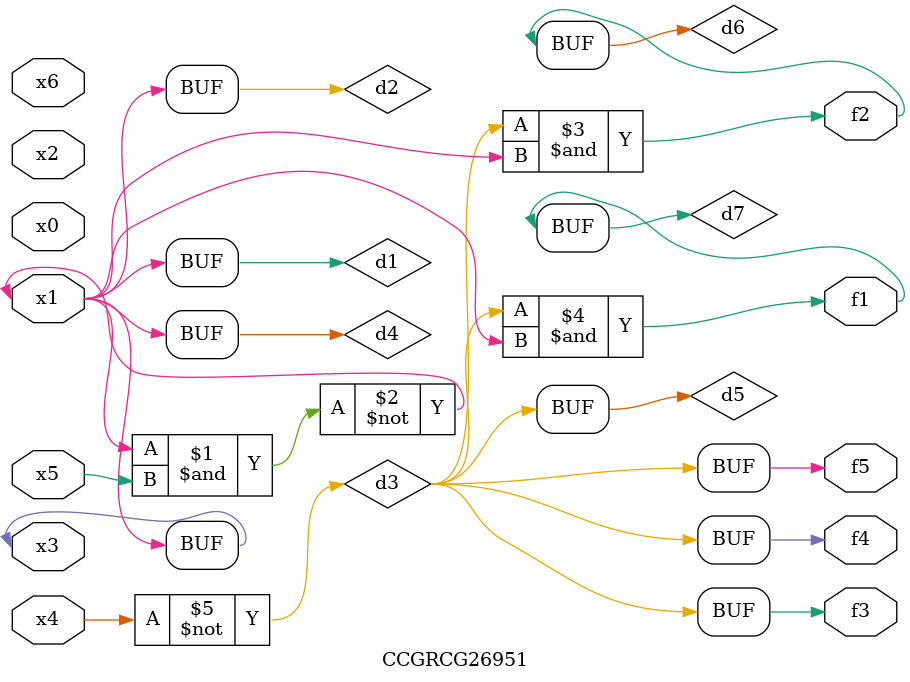
<source format=v>
module CCGRCG26951(
	input x0, x1, x2, x3, x4, x5, x6,
	output f1, f2, f3, f4, f5
);

	wire d1, d2, d3, d4, d5, d6, d7;

	buf (d1, x1, x3);
	nand (d2, x1, x5);
	not (d3, x4);
	buf (d4, d1, d2);
	buf (d5, d3);
	and (d6, d3, d4);
	and (d7, d3, d4);
	assign f1 = d7;
	assign f2 = d6;
	assign f3 = d5;
	assign f4 = d5;
	assign f5 = d5;
endmodule

</source>
